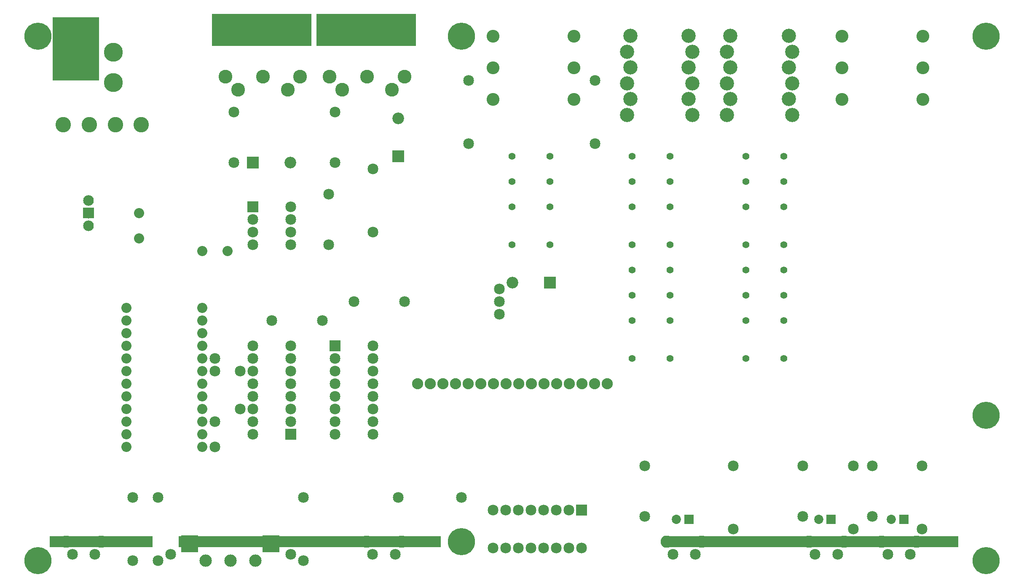
<source format=gbs>
G04 MADE WITH FRITZING*
G04 WWW.FRITZING.ORG*
G04 DOUBLE SIDED*
G04 HOLES PLATED*
G04 CONTOUR ON CENTER OF CONTOUR VECTOR*
%ASAXBY*%
%FSLAX23Y23*%
%MOIN*%
%OFA0B0*%
%SFA1.0B1.0*%
%ADD10C,0.085000*%
%ADD11C,0.049370*%
%ADD12C,0.080361*%
%ADD13C,0.088000*%
%ADD14C,0.122000*%
%ADD15C,0.084000*%
%ADD16C,0.080000*%
%ADD17C,0.214725*%
%ADD18C,0.092000*%
%ADD19C,0.112362*%
%ADD20C,0.101417*%
%ADD21C,0.055000*%
%ADD22C,0.150000*%
%ADD23C,0.109060*%
%ADD24C,0.097000*%
%ADD25C,0.098000*%
%ADD26C,0.133000*%
%ADD27C,0.072992*%
%ADD28R,2.332830X0.088740*%
%ADD29R,2.076670X0.088740*%
%ADD30R,0.815556X0.088740*%
%ADD31R,0.085000X0.085000*%
%ADD32R,0.365556X0.504444*%
%ADD33R,0.787952X0.254488*%
%ADD34R,0.787778X0.254444*%
%ADD35R,0.092000X0.092000*%
%ADD36R,0.133000X0.133000*%
%ADD37R,0.072992X0.072992*%
%ADD38R,0.001000X0.001000*%
%LNMASK0*%
G90*
G70*
G54D10*
X1573Y1690D03*
X1773Y1690D03*
X1573Y1790D03*
X1773Y1390D03*
X1573Y1090D03*
X1223Y240D03*
X1573Y1290D03*
X2173Y240D03*
G54D11*
X2623Y340D03*
G54D10*
X4473Y590D03*
X4473Y290D03*
X4373Y590D03*
X4373Y290D03*
X4273Y590D03*
X4273Y290D03*
X4173Y590D03*
X4173Y290D03*
X4073Y590D03*
X4073Y290D03*
X3973Y590D03*
X3973Y290D03*
X3873Y590D03*
X3873Y290D03*
X3773Y590D03*
X3773Y290D03*
X2023Y2090D03*
X2423Y2090D03*
G54D12*
X873Y2190D03*
X873Y2090D03*
X873Y1990D03*
X873Y1890D03*
X873Y1790D03*
X873Y1690D03*
X873Y1590D03*
X873Y1490D03*
X873Y1390D03*
X873Y1290D03*
X873Y1190D03*
X873Y1090D03*
X1473Y2190D03*
X1473Y2090D03*
X1473Y1990D03*
X1473Y1890D03*
X1473Y1790D03*
X1473Y1690D03*
X1473Y1590D03*
X1473Y1490D03*
X1473Y1390D03*
X1473Y1290D03*
X1473Y1190D03*
X1473Y1090D03*
G54D13*
X4475Y1590D03*
X4375Y1590D03*
X4275Y1590D03*
X4175Y1590D03*
X4075Y1590D03*
X3975Y1590D03*
X3875Y1590D03*
X3775Y1590D03*
X3675Y1590D03*
X3575Y1590D03*
X3475Y1590D03*
X3375Y1590D03*
X3275Y1590D03*
X3175Y1590D03*
X4675Y1590D03*
X4575Y1590D03*
G54D10*
X2173Y1190D03*
X1873Y1190D03*
X2173Y1290D03*
X1873Y1290D03*
X2173Y1390D03*
X1873Y1390D03*
X2173Y1490D03*
X1873Y1490D03*
X2173Y1590D03*
X1873Y1590D03*
X2173Y1690D03*
X1873Y1690D03*
X2173Y1790D03*
X1873Y1790D03*
X2173Y1890D03*
X1873Y1890D03*
X2523Y1890D03*
X2823Y1890D03*
X2523Y1790D03*
X2823Y1790D03*
X2523Y1690D03*
X2823Y1690D03*
X2523Y1590D03*
X2823Y1590D03*
X2523Y1490D03*
X2823Y1490D03*
X2523Y1390D03*
X2823Y1390D03*
X2523Y1290D03*
X2823Y1290D03*
X2523Y1190D03*
X2823Y1190D03*
X6623Y940D03*
X6623Y440D03*
G54D14*
X373Y3640D03*
X579Y3640D03*
X785Y3640D03*
X991Y3640D03*
G54D15*
X573Y2840D03*
X573Y2940D03*
X573Y3040D03*
G54D16*
X1473Y2640D03*
X1673Y2640D03*
X973Y2940D03*
X973Y2740D03*
G54D17*
X3523Y4340D03*
G54D18*
X3023Y3390D03*
X3023Y3688D03*
G54D19*
X4860Y4343D03*
X4860Y4093D03*
X4860Y3843D03*
X5321Y4343D03*
X5321Y4093D03*
X5321Y3843D03*
X4833Y4215D03*
X4833Y3965D03*
X4833Y3715D03*
X5348Y4215D03*
X5348Y3965D03*
X5348Y3715D03*
G54D20*
X3773Y4340D03*
X4413Y4340D03*
X3773Y4090D03*
X4413Y4090D03*
X3773Y3840D03*
X4413Y3840D03*
G54D21*
X5173Y2990D03*
X4873Y3390D03*
X4873Y3190D03*
X4873Y2990D03*
X4873Y2690D03*
X5173Y2690D03*
X5173Y3190D03*
X5173Y3390D03*
X5173Y2090D03*
X4873Y2490D03*
X4873Y2290D03*
X4873Y2090D03*
X4873Y1790D03*
X5173Y1790D03*
X5173Y2290D03*
X5173Y2490D03*
X4223Y2990D03*
X3923Y3390D03*
X3923Y3190D03*
X3923Y2990D03*
X3923Y2690D03*
X4223Y2690D03*
X4223Y3190D03*
X4223Y3390D03*
G54D10*
X1723Y3740D03*
X1723Y3340D03*
G54D18*
X1873Y3340D03*
X2171Y3340D03*
G54D10*
X2823Y3290D03*
X2823Y2790D03*
X2473Y2690D03*
X2473Y3090D03*
X2523Y3740D03*
X2523Y3340D03*
G54D22*
X770Y3973D03*
X770Y4213D03*
X580Y4093D03*
G54D10*
X1873Y2990D03*
X2173Y2990D03*
X1873Y2890D03*
X2173Y2890D03*
X1873Y2790D03*
X2173Y2790D03*
X1873Y2690D03*
X2173Y2690D03*
G54D23*
X3072Y4017D03*
X2973Y3915D03*
X2777Y4017D03*
X2580Y3915D03*
X2481Y4017D03*
X2973Y4422D03*
X2580Y4422D03*
X2247Y4017D03*
X2148Y3915D03*
X1952Y4017D03*
X1755Y3915D03*
X1656Y4017D03*
X2148Y4422D03*
X1755Y4422D03*
G54D10*
X3581Y3490D03*
X3581Y3990D03*
X4581Y3490D03*
X4581Y3990D03*
X3823Y2340D03*
X3823Y2240D03*
X3823Y2140D03*
X2673Y2240D03*
X3073Y2240D03*
G54D18*
X4223Y2390D03*
X3925Y2390D03*
G54D17*
X173Y4340D03*
X173Y190D03*
X7673Y190D03*
X7673Y1340D03*
X7673Y4340D03*
G54D19*
X5651Y4343D03*
X5651Y4093D03*
X5651Y3843D03*
X6112Y4343D03*
X6112Y4093D03*
X6112Y3843D03*
X5623Y4215D03*
X5623Y3965D03*
X5623Y3715D03*
X6139Y4215D03*
X6139Y3965D03*
X6139Y3715D03*
G54D20*
X6534Y4340D03*
X7173Y4340D03*
X6534Y4090D03*
X7173Y4090D03*
X6534Y3840D03*
X7173Y3840D03*
G54D21*
X6073Y2990D03*
X5773Y3390D03*
X5773Y3190D03*
X5773Y2990D03*
X5773Y2690D03*
X6073Y2690D03*
X6073Y3190D03*
X6073Y3390D03*
X6073Y2090D03*
X5773Y2490D03*
X5773Y2290D03*
X5773Y2090D03*
X5773Y1790D03*
X6073Y1790D03*
X6073Y2290D03*
X6073Y2490D03*
G54D17*
X3523Y340D03*
G54D10*
X2998Y240D03*
X2821Y240D03*
G54D24*
X3048Y339D03*
X2772Y339D03*
G54D25*
X1498Y190D03*
X1695Y190D03*
X1892Y190D03*
G54D26*
X1374Y321D03*
X2016Y321D03*
G54D10*
X623Y240D03*
X446Y240D03*
G54D24*
X673Y339D03*
X397Y339D03*
G54D10*
X1123Y190D03*
X1123Y690D03*
X2273Y190D03*
X2273Y690D03*
X3523Y690D03*
X3023Y690D03*
X923Y190D03*
X923Y690D03*
X6498Y240D03*
X6321Y240D03*
G54D24*
X6548Y339D03*
X6272Y339D03*
G54D10*
X7073Y240D03*
X6896Y240D03*
G54D24*
X7123Y339D03*
X6847Y339D03*
G54D27*
X6447Y515D03*
X6348Y515D03*
X7022Y515D03*
X6923Y515D03*
G54D10*
X6773Y940D03*
X6773Y540D03*
X6223Y940D03*
X6223Y540D03*
X7165Y940D03*
X7165Y440D03*
X5373Y240D03*
X5196Y240D03*
G54D24*
X5423Y339D03*
X5147Y339D03*
G54D27*
X5322Y515D03*
X5223Y515D03*
G54D10*
X4973Y940D03*
X4973Y540D03*
X5673Y440D03*
X5673Y940D03*
G54D28*
X6286Y340D03*
G54D29*
X2323Y340D03*
G54D30*
X673Y340D03*
G54D31*
X4473Y590D03*
G54D32*
X473Y4240D03*
G54D33*
X1944Y4388D03*
G54D34*
X2768Y4388D03*
G54D31*
X2173Y1190D03*
X2523Y1890D03*
G54D35*
X3023Y3389D03*
X1872Y3340D03*
G54D31*
X1873Y2990D03*
G54D35*
X4224Y2390D03*
G54D36*
X1374Y321D03*
X2016Y321D03*
G54D37*
X6447Y515D03*
X7022Y515D03*
X5322Y515D03*
G54D38*
X531Y2982D02*
X614Y2982D01*
X531Y2981D02*
X614Y2981D01*
X531Y2980D02*
X614Y2980D01*
X531Y2979D02*
X614Y2979D01*
X531Y2978D02*
X614Y2978D01*
X531Y2977D02*
X614Y2977D01*
X531Y2976D02*
X614Y2976D01*
X531Y2975D02*
X614Y2975D01*
X531Y2974D02*
X614Y2974D01*
X531Y2973D02*
X614Y2973D01*
X531Y2972D02*
X614Y2972D01*
X531Y2971D02*
X614Y2971D01*
X531Y2970D02*
X614Y2970D01*
X531Y2969D02*
X614Y2969D01*
X531Y2968D02*
X614Y2968D01*
X531Y2967D02*
X614Y2967D01*
X531Y2966D02*
X614Y2966D01*
X531Y2965D02*
X614Y2965D01*
X531Y2964D02*
X614Y2964D01*
X531Y2963D02*
X614Y2963D01*
X531Y2962D02*
X614Y2962D01*
X531Y2961D02*
X614Y2961D01*
X531Y2960D02*
X614Y2960D01*
X531Y2959D02*
X614Y2959D01*
X531Y2958D02*
X614Y2958D01*
X531Y2957D02*
X614Y2957D01*
X531Y2956D02*
X614Y2956D01*
X531Y2955D02*
X570Y2955D01*
X576Y2955D02*
X614Y2955D01*
X531Y2954D02*
X566Y2954D01*
X580Y2954D02*
X614Y2954D01*
X531Y2953D02*
X565Y2953D01*
X581Y2953D02*
X614Y2953D01*
X531Y2952D02*
X563Y2952D01*
X583Y2952D02*
X614Y2952D01*
X531Y2951D02*
X562Y2951D01*
X584Y2951D02*
X614Y2951D01*
X531Y2950D02*
X561Y2950D01*
X585Y2950D02*
X614Y2950D01*
X531Y2949D02*
X560Y2949D01*
X585Y2949D02*
X614Y2949D01*
X531Y2948D02*
X560Y2948D01*
X586Y2948D02*
X614Y2948D01*
X531Y2947D02*
X559Y2947D01*
X587Y2947D02*
X614Y2947D01*
X531Y2946D02*
X559Y2946D01*
X587Y2946D02*
X614Y2946D01*
X531Y2945D02*
X558Y2945D01*
X587Y2945D02*
X614Y2945D01*
X531Y2944D02*
X558Y2944D01*
X588Y2944D02*
X614Y2944D01*
X531Y2943D02*
X558Y2943D01*
X588Y2943D02*
X614Y2943D01*
X531Y2942D02*
X558Y2942D01*
X588Y2942D02*
X614Y2942D01*
X531Y2941D02*
X558Y2941D01*
X588Y2941D02*
X614Y2941D01*
X531Y2940D02*
X558Y2940D01*
X588Y2940D02*
X614Y2940D01*
X531Y2939D02*
X558Y2939D01*
X588Y2939D02*
X614Y2939D01*
X531Y2938D02*
X558Y2938D01*
X588Y2938D02*
X614Y2938D01*
X531Y2937D02*
X558Y2937D01*
X588Y2937D02*
X614Y2937D01*
X531Y2936D02*
X558Y2936D01*
X587Y2936D02*
X614Y2936D01*
X531Y2935D02*
X559Y2935D01*
X587Y2935D02*
X614Y2935D01*
X531Y2934D02*
X559Y2934D01*
X587Y2934D02*
X614Y2934D01*
X531Y2933D02*
X560Y2933D01*
X586Y2933D02*
X614Y2933D01*
X531Y2932D02*
X561Y2932D01*
X585Y2932D02*
X614Y2932D01*
X531Y2931D02*
X561Y2931D01*
X585Y2931D02*
X614Y2931D01*
X531Y2930D02*
X562Y2930D01*
X584Y2930D02*
X614Y2930D01*
X531Y2929D02*
X563Y2929D01*
X582Y2929D02*
X614Y2929D01*
X531Y2928D02*
X565Y2928D01*
X581Y2928D02*
X614Y2928D01*
X531Y2927D02*
X567Y2927D01*
X579Y2927D02*
X614Y2927D01*
X531Y2926D02*
X571Y2926D01*
X575Y2926D02*
X614Y2926D01*
X531Y2925D02*
X614Y2925D01*
X531Y2924D02*
X614Y2924D01*
X531Y2923D02*
X614Y2923D01*
X531Y2922D02*
X614Y2922D01*
X531Y2921D02*
X614Y2921D01*
X531Y2920D02*
X614Y2920D01*
X531Y2919D02*
X614Y2919D01*
X531Y2918D02*
X614Y2918D01*
X531Y2917D02*
X614Y2917D01*
X531Y2916D02*
X614Y2916D01*
X531Y2915D02*
X614Y2915D01*
X531Y2914D02*
X614Y2914D01*
X531Y2913D02*
X614Y2913D01*
X531Y2912D02*
X614Y2912D01*
X531Y2911D02*
X614Y2911D01*
X531Y2910D02*
X614Y2910D01*
X531Y2909D02*
X614Y2909D01*
X531Y2908D02*
X614Y2908D01*
X531Y2907D02*
X614Y2907D01*
X531Y2906D02*
X614Y2906D01*
X531Y2905D02*
X614Y2905D01*
X531Y2904D02*
X614Y2904D01*
X531Y2903D02*
X614Y2903D01*
X531Y2902D02*
X614Y2902D01*
X531Y2901D02*
X614Y2901D01*
X531Y2900D02*
X614Y2900D01*
X531Y2899D02*
X614Y2899D01*
D02*
G04 End of Mask0*
M02*
</source>
